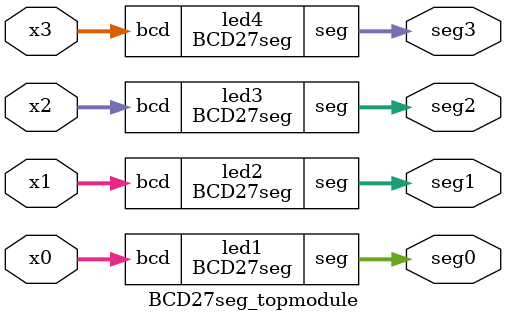
<source format=v>
module BCD27seg (
    input [3:0]bcd,
    output [6:0]seg
);

    assign seg = (bcd==0) ? 7'b0000001:
        (bcd==1) ? 7'b1001111:
        (bcd==2) ? 7'b0010010:
        (bcd==3) ? 7'b0000110:
        (bcd==4) ? 7'b1001100:
        (bcd==5) ? 7'b0100100:
        (bcd==6) ? 7'b0100000:
        (bcd==7) ? 7'b0001111:
        (bcd==8) ? 7'b0000000:
        (bcd==9) ? 7'b0000100:
        7'b1111111;

endmodule

module BCD27seg_topmodule (
    input [3:0] x0, x1, x2, x3,
    output [6:0] seg0, seg1, seg2, seg3
);

BCD27seg led1 (
    .bcd(x0), .seg(seg0)
);
BCD27seg led2 (
    .bcd(x1), .seg(seg1)
);
BCD27seg led3 (
    .bcd(x2), .seg(seg2)
);
BCD27seg led4 (
    .bcd(x3), .seg(seg3)
);
    
endmodule
</source>
